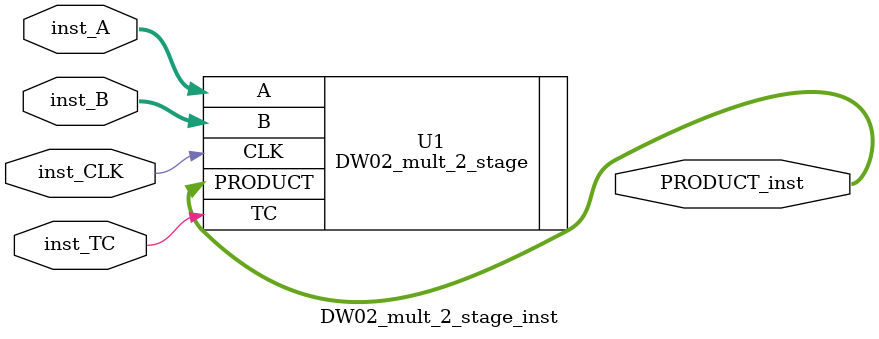
<source format=v>

module CPU (

  clk,
  rst_n,

  IO_stall,

  awid_m_inf,
  awaddr_m_inf,
  awsize_m_inf,
  awburst_m_inf,
  awlen_m_inf,
  awvalid_m_inf,
  awready_m_inf,

  wdata_m_inf,
  wlast_m_inf,
  wvalid_m_inf,
  wready_m_inf,

  bid_m_inf,
  bresp_m_inf,
  bvalid_m_inf,
  bready_m_inf,

  arid_m_inf,
  araddr_m_inf,
  arlen_m_inf,
  arsize_m_inf,
  arburst_m_inf,
  arvalid_m_inf,

  arready_m_inf,
  rid_m_inf,
  rdata_m_inf,
  rresp_m_inf,
  rlast_m_inf,
  rvalid_m_inf,
  rready_m_inf

);
  // Input port
  input wire clk, rst_n;
  // Output port
  output reg IO_stall;

  parameter ID_WIDTH = 4 , ADDR_WIDTH = 32, DATA_WIDTH = 16, DRAM_NUMBER=2, WRIT_NUMBER=1;

  // AXI Interface wire connecttion for pseudo DRAM read/write
  /* Hint:
  your AXI-4 interface could be designed as convertor in submodule(which used reg for output signal),
  therefore I declared output of AXI as wire in CPU
*/



  // axi write address channel 
  output wire [WRIT_NUMBER * ID_WIDTH-1:0] awid_m_inf;  // 0
  output wire [WRIT_NUMBER * ADDR_WIDTH-1:0] awaddr_m_inf;
  output wire [WRIT_NUMBER * 3 -1:0] awsize_m_inf;  // 3'd1 (2 bytes)
  output wire [WRIT_NUMBER * 2 -1:0] awburst_m_inf;  // 2'b01 (INCR)
  output wire [WRIT_NUMBER * 7 -1:0] awlen_m_inf;
  output wire [WRIT_NUMBER-1:0] awvalid_m_inf;
  input wire [WRIT_NUMBER-1:0] awready_m_inf;
  // axi write data channel 
  output wire [WRIT_NUMBER * DATA_WIDTH-1:0] wdata_m_inf;
  output wire [WRIT_NUMBER-1:0] wlast_m_inf;
  output wire [WRIT_NUMBER-1:0] wvalid_m_inf;
  input wire [WRIT_NUMBER-1:0] wready_m_inf;
  // axi write response channel
  input wire [WRIT_NUMBER * ID_WIDTH-1:0] bid_m_inf;
  input wire [WRIT_NUMBER * 2 -1:0] bresp_m_inf;  // TA use 2'b00 (OKAY)
  input wire [WRIT_NUMBER-1:0] bvalid_m_inf;
  output wire [WRIT_NUMBER-1:0] bready_m_inf;
  // -----------------------------
  // axi read address channel 
  output wire [DRAM_NUMBER * ID_WIDTH-1:0] arid_m_inf;  // 0
  output [DRAM_NUMBER * ADDR_WIDTH-1:0] araddr_m_inf;
  output wire [DRAM_NUMBER * 7 -1:0] arlen_m_inf;  // 7'd127
  output wire [DRAM_NUMBER * 3 -1:0] arsize_m_inf;  // 3'd1 (2 bytes)
  output wire [DRAM_NUMBER * 2 -1:0] arburst_m_inf;  // 2'b01 (INCR)
  output [DRAM_NUMBER-1:0] arvalid_m_inf;
  input wire [DRAM_NUMBER-1:0] arready_m_inf;
  // -----------------------------
  // axi read data channel 
  input wire [DRAM_NUMBER * ID_WIDTH-1:0] rid_m_inf;
  input wire [DRAM_NUMBER * DATA_WIDTH-1:0] rdata_m_inf;
  input wire [DRAM_NUMBER * 2 -1:0] rresp_m_inf;  // TA use 2'b00 (OKAY)
  input wire [DRAM_NUMBER-1:0] rlast_m_inf;
  input wire [DRAM_NUMBER-1:0] rvalid_m_inf;
  output [DRAM_NUMBER-1:0] rready_m_inf;
  // -----------------------------

  //
  //
  // 
  /* Register in each core:
  There are sixteen registers in your CPU. You should not change the name of those registers.
  TA will check the value in each register when your core is not busy.
  If you change the name of registers below, you must get the fail in this lab.
*/

  reg signed [15:0] core_r0, core_r1, core_r2, core_r3;
  reg signed [15:0] core_r4, core_r5, core_r6, core_r7;
  reg signed [15:0] core_r8, core_r9, core_r10, core_r11;
  reg signed [15:0] core_r12, core_r13, core_r14, core_r15;

  reg signed [11:0] PC;
  reg signed [15:0] rs, rt, rs_imm_x2;
  wire [31:0] prod;
  wire signed [4:0] imm;
  wire inst_arready, data_arready, inst_rvalid, data_rvalid, inst_rlast, data_rlast;
  wire awready, wready, bvalid;
  reg wready_delay1, wready_delay2;
  reg first_cycle, first_block_allocate, second_block_allocate;
  reg [3:0] data$_lower_block, inst$_lower_block;
  reg inst_arvalid, data_arvalid, awvalid;
  reg [11:0] inst_araddr, data_araddr, awaddr;
  reg awready_delay1, awready_delay2, wvalid, wlast;
  reg [6:0] awlen;
  reg inst_rready, data_rready;
  reg [7:0] inst_A, inst_A_inc, data_A, data_A_inc;
  reg [15:0]
    inst_DI, data_DI, inst_DO, inst_DO_reg, data_DO, data_DO_reg, data_DO_buf;
  wire [15:0] inst_rdata, data_rdata;
  reg [15:0] wdata;
  reg [15:0] inst_reg;
  reg [3:0] inst_cnt;
  reg [1:0] delay_cnt, delay_cnt_reg;
  reg delay_cnt_pulse;
  reg dirty, write_back, inst_mem_stall;
  reg [11:0] lowest_dirty_addr, highest_dirty_addr;
  reg lowest_dirty_addr_update, highest_dirty_addr_update;
  reg inst$_hit, data$_hit, data$_hit_reg, data$_hit_pulse;
  reg inst_last, inst_in_reg, inst_in_reg_delay, in_pulse, rsrt_in_reg;
  reg Add, Sub, SLT, Mult, Load, Store, BEQ, Jump, ASS, ASSBEQ, LS;
  reg inst_WEB, data_WEB;
  assign awid_m_inf = 0;
  assign arid_m_inf = 0;
  assign awsize_m_inf = 3'b001;
  assign arsize_m_inf[5:3] = 3'b001;
  assign arsize_m_inf[2:0] = 3'b001;
  assign awlen_m_inf = awlen;
  assign awburst_m_inf = 2'b01;
  assign arburst_m_inf[3:2] = 2'b01;
  assign arburst_m_inf[1:0] = 2'b01;
  assign arlen_m_inf[13:7] = 7'd127;
  assign arlen_m_inf[6:0] = 7'd127;
  assign arvalid_m_inf = {inst_arvalid, data_arvalid};
  assign araddr_m_inf = {20'd1, inst_araddr, 20'd1, data_araddr};
  assign awaddr_m_inf = {20'd1, awaddr};
  assign bready_m_inf = 1;
  assign rready_m_inf = {inst_rready, data_rready};
  assign {inst_arready, data_arready} = arready_m_inf;
  assign {inst_rvalid, data_rvalid} = rvalid_m_inf;
  assign {inst_rdata, data_rdata} = rdata_m_inf;
  assign {inst_rlast, data_rlast} = rlast_m_inf;
  assign awvalid_m_inf = awvalid;
  assign awready = awready_m_inf;
  assign wvalid_m_inf = wvalid;
  assign wready = wready_m_inf;
  assign wlast_m_inf = wlast;
  assign wdata_m_inf = wdata;
  assign bvalid = bvalid_m_inf;
  assign imm = inst_reg[4:0];

  reg data_WEB_reg, inst_WEB_reg;
  reg data_rvalid_reg, inst_rvalid_reg;
  reg [15:0] data_rdata_reg, inst_rdata_reg;
  reg data_rlast_reg, inst_rlast_reg;
  always @(posedge clk, negedge rst_n) begin
    if (!rst_n) begin
      data_WEB_reg <= 1;
      inst_WEB_reg <= 1;
      data_rvalid_reg <= 0;
      inst_rvalid_reg <= 0;
      data_rdata_reg <= 0;
      inst_rdata_reg <= 0;
      data_rlast_reg <= 0;
      inst_rlast_reg <= 0;
    end else begin
      data_WEB_reg <= data_WEB;
      inst_WEB_reg <= inst_WEB;
      data_rvalid_reg <= data_rvalid;
      inst_rvalid_reg <= inst_rvalid;
      data_rdata_reg <= data_rdata;
      inst_rdata_reg <= inst_rdata;
      data_rlast_reg <= data_rlast;
      inst_rlast_reg <= inst_rlast;
    end
  end
  always @(*) begin
    rs_imm_x2 = (rs + imm) <<< 1;
    Add = {inst_reg[15:13], inst_reg[0]} == 4'b0000;
    Sub = {inst_reg[15:13], inst_reg[0]} == 4'b0001;
    SLT = {inst_reg[15:13], inst_reg[0]} == 4'b0010;
    ASS = inst_reg[15:14] == 2'b00 && {inst_reg[13], inst_reg[0]} != 2'b11;
    ASSBEQ = {inst_reg[15], inst_reg[13]} == 2'b10  // BEQ
    || inst_reg[15:14] == 2'b00 && {inst_reg[13], inst_reg[0]} != 2'b11; // Add, Sub
    Mult = {inst_reg[15:13], inst_reg[0]} == 4'b0011;
    Load = inst_reg[15:13] == 3'b010;
    Store = inst_reg[15:13] == 3'b011;
    LS = inst_reg[15:14] == 2'b01;
    BEQ = {inst_reg[15], inst_reg[13]} == 2'b10;
    Jump = {inst_reg[15], inst_reg[13]} == 2'b11;
    data$_hit = delay_cnt!=0 && (rs_imm_x2[11:8] == data$_lower_block || rs_imm_x2[11:8] == data$_lower_block+1);
    inst$_hit = PC[11:8] == inst$_lower_block || PC[11:8] == inst$_lower_block+1;
    lowest_dirty_addr_update = rs_imm_x2[11:1] < lowest_dirty_addr[11:1];
    highest_dirty_addr_update = highest_dirty_addr < rs_imm_x2[11:0];
    inst_rready = 1;
    delay_cnt_pulse = delay_cnt != delay_cnt_reg;
    in_pulse = inst_in_reg != inst_in_reg_delay;
  end
  always @(posedge clk, negedge rst_n) begin
    if (!rst_n) delay_cnt_reg <= 0;
    else delay_cnt_reg <= delay_cnt;
  end

  always @(posedge clk, negedge rst_n) begin  // first_block_allocate
    if (!rst_n) first_block_allocate <= 1;
    else if (inst_rlast_reg) first_block_allocate <= 0;
  end


  always @(posedge clk, negedge rst_n) begin  // second_block_allocate
    if (!rst_n) second_block_allocate <= 0;
    else if (inst_rlast_reg) second_block_allocate <= first_block_allocate;
  end


  always @(posedge clk, negedge rst_n) begin  // rs
    if (!rst_n) rs <= 0;
    else if (inst_in_reg) begin
      case (inst_reg[12:9])
        4'd00: rs <= core_r0;
        4'd01: rs <= core_r1;
        4'd02: rs <= core_r2;
        4'd03: rs <= core_r3;
        4'd04: rs <= core_r4;
        4'd05: rs <= core_r5;
        4'd06: rs <= core_r6;
        4'd07: rs <= core_r7;
        4'd08: rs <= core_r8;
        4'd09: rs <= core_r9;
        4'd10: rs <= core_r10;
        4'd11: rs <= core_r11;
        4'd12: rs <= core_r12;
        4'd13: rs <= core_r13;
        4'd14: rs <= core_r14;
        4'd15: rs <= core_r15;
      endcase
    end
  end

  always @(posedge clk, negedge rst_n) begin  // rt
    if (!rst_n) rt <= 0;
    else if (inst_in_reg) begin
      case (inst_reg[8:5])
        4'd00: rt <= core_r0;
        4'd01: rt <= core_r1;
        4'd02: rt <= core_r2;
        4'd03: rt <= core_r3;
        4'd04: rt <= core_r4;
        4'd05: rt <= core_r5;
        4'd06: rt <= core_r6;
        4'd07: rt <= core_r7;
        4'd08: rt <= core_r8;
        4'd09: rt <= core_r9;
        4'd10: rt <= core_r10;
        4'd11: rt <= core_r11;
        4'd12: rt <= core_r12;
        4'd13: rt <= core_r13;
        4'd14: rt <= core_r14;
        4'd15: rt <= core_r15;
      endcase
    end
  end

  always @(posedge clk, negedge rst_n) begin  // core_r
    if (!rst_n) begin
      core_r0  <= 0;
      core_r1  <= 0;
      core_r2  <= 0;
      core_r3  <= 0;
      core_r4  <= 0;
      core_r5  <= 0;
      core_r6  <= 0;
      core_r7  <= 0;
      core_r8  <= 0;
      core_r9  <= 0;
      core_r10 <= 0;
      core_r11 <= 0;
      core_r12 <= 0;
      core_r13 <= 0;
      core_r14 <= 0;
      core_r15 <= 0;
    end else if (inst_in_reg && delay_cnt_pulse) begin
      if (delay_cnt == 1) begin
        if (Add) begin
          core_r0  <= inst_reg[4:1] == 0 ? rs + rt : core_r0;
          core_r1  <= inst_reg[4:1] == 1 ? rs + rt : core_r1;
          core_r2  <= inst_reg[4:1] == 2 ? rs + rt : core_r2;
          core_r3  <= inst_reg[4:1] == 3 ? rs + rt : core_r3;
          core_r4  <= inst_reg[4:1] == 4 ? rs + rt : core_r4;
          core_r5  <= inst_reg[4:1] == 5 ? rs + rt : core_r5;
          core_r6  <= inst_reg[4:1] == 6 ? rs + rt : core_r6;
          core_r7  <= inst_reg[4:1] == 7 ? rs + rt : core_r7;
          core_r8  <= inst_reg[4:1] == 8 ? rs + rt : core_r8;
          core_r9  <= inst_reg[4:1] == 9 ? rs + rt : core_r9;
          core_r10 <= inst_reg[4:1] == 10 ? rs + rt : core_r10;
          core_r11 <= inst_reg[4:1] == 11 ? rs + rt : core_r11;
          core_r12 <= inst_reg[4:1] == 12 ? rs + rt : core_r12;
          core_r13 <= inst_reg[4:1] == 13 ? rs + rt : core_r13;
          core_r14 <= inst_reg[4:1] == 14 ? rs + rt : core_r14;
          core_r15 <= inst_reg[4:1] == 15 ? rs + rt : core_r15;
        end else if (Sub) begin
          core_r0  <= inst_reg[4:1] == 0 ? rs - rt : core_r0;
          core_r1  <= inst_reg[4:1] == 1 ? rs - rt : core_r1;
          core_r2  <= inst_reg[4:1] == 2 ? rs - rt : core_r2;
          core_r3  <= inst_reg[4:1] == 3 ? rs - rt : core_r3;
          core_r4  <= inst_reg[4:1] == 4 ? rs - rt : core_r4;
          core_r5  <= inst_reg[4:1] == 5 ? rs - rt : core_r5;
          core_r6  <= inst_reg[4:1] == 6 ? rs - rt : core_r6;
          core_r7  <= inst_reg[4:1] == 7 ? rs - rt : core_r7;
          core_r8  <= inst_reg[4:1] == 8 ? rs - rt : core_r8;
          core_r9  <= inst_reg[4:1] == 9 ? rs - rt : core_r9;
          core_r10 <= inst_reg[4:1] == 10 ? rs - rt : core_r10;
          core_r11 <= inst_reg[4:1] == 11 ? rs - rt : core_r11;
          core_r12 <= inst_reg[4:1] == 12 ? rs - rt : core_r12;
          core_r13 <= inst_reg[4:1] == 13 ? rs - rt : core_r13;
          core_r14 <= inst_reg[4:1] == 14 ? rs - rt : core_r14;
          core_r15 <= inst_reg[4:1] == 15 ? rs - rt : core_r15;
        end else if (SLT) begin
          core_r0  <= inst_reg[4:1] == 0 ? rs < rt : core_r0;
          core_r1  <= inst_reg[4:1] == 1 ? rs < rt : core_r1;
          core_r2  <= inst_reg[4:1] == 2 ? rs < rt : core_r2;
          core_r3  <= inst_reg[4:1] == 3 ? rs < rt : core_r3;
          core_r4  <= inst_reg[4:1] == 4 ? rs < rt : core_r4;
          core_r5  <= inst_reg[4:1] == 5 ? rs < rt : core_r5;
          core_r6  <= inst_reg[4:1] == 6 ? rs < rt : core_r6;
          core_r7  <= inst_reg[4:1] == 7 ? rs < rt : core_r7;
          core_r8  <= inst_reg[4:1] == 8 ? rs < rt : core_r8;
          core_r9  <= inst_reg[4:1] == 9 ? rs < rt : core_r9;
          core_r10 <= inst_reg[4:1] == 10 ? rs < rt : core_r10;
          core_r11 <= inst_reg[4:1] == 11 ? rs < rt : core_r11;
          core_r12 <= inst_reg[4:1] == 12 ? rs < rt : core_r12;
          core_r13 <= inst_reg[4:1] == 13 ? rs < rt : core_r13;
          core_r14 <= inst_reg[4:1] == 14 ? rs < rt : core_r14;
          core_r15 <= inst_reg[4:1] == 15 ? rs < rt : core_r15;
        end
      end else if (delay_cnt == 2 && inst_reg[13]) begin
        core_r0  <= inst_reg[4:1] == 0 ? prod : core_r0;
        core_r1  <= inst_reg[4:1] == 1 ? prod : core_r1;
        core_r2  <= inst_reg[4:1] == 2 ? prod : core_r2;
        core_r3  <= inst_reg[4:1] == 3 ? prod : core_r3;
        core_r4  <= inst_reg[4:1] == 4 ? prod : core_r4;
        core_r5  <= inst_reg[4:1] == 5 ? prod : core_r5;
        core_r6  <= inst_reg[4:1] == 6 ? prod : core_r6;
        core_r7  <= inst_reg[4:1] == 7 ? prod : core_r7;
        core_r8  <= inst_reg[4:1] == 8 ? prod : core_r8;
        core_r9  <= inst_reg[4:1] == 9 ? prod : core_r9;
        core_r10 <= inst_reg[4:1] == 10 ? prod : core_r10;
        core_r11 <= inst_reg[4:1] == 11 ? prod : core_r11;
        core_r12 <= inst_reg[4:1] == 12 ? prod : core_r12;
        core_r13 <= inst_reg[4:1] == 13 ? prod : core_r13;
        core_r14 <= inst_reg[4:1] == 14 ? prod : core_r14;
        core_r15 <= inst_reg[4:1] == 15 ? prod : core_r15;
      end else if (delay_cnt == 3) begin
        core_r0  <= inst_reg[8:5] == 0 ? data_DO_reg : core_r0;
        core_r1  <= inst_reg[8:5] == 1 ? data_DO_reg : core_r1;
        core_r2  <= inst_reg[8:5] == 2 ? data_DO_reg : core_r2;
        core_r3  <= inst_reg[8:5] == 3 ? data_DO_reg : core_r3;
        core_r4  <= inst_reg[8:5] == 4 ? data_DO_reg : core_r4;
        core_r5  <= inst_reg[8:5] == 5 ? data_DO_reg : core_r5;
        core_r6  <= inst_reg[8:5] == 6 ? data_DO_reg : core_r6;
        core_r7  <= inst_reg[8:5] == 7 ? data_DO_reg : core_r7;
        core_r8  <= inst_reg[8:5] == 8 ? data_DO_reg : core_r8;
        core_r9  <= inst_reg[8:5] == 9 ? data_DO_reg : core_r9;
        core_r10 <= inst_reg[8:5] == 10 ? data_DO_reg : core_r10;
        core_r11 <= inst_reg[8:5] == 11 ? data_DO_reg : core_r11;
        core_r12 <= inst_reg[8:5] == 12 ? data_DO_reg : core_r12;
        core_r13 <= inst_reg[8:5] == 13 ? data_DO_reg : core_r13;
        core_r14 <= inst_reg[8:5] == 14 ? data_DO_reg : core_r14;
        core_r15 <= inst_reg[8:5] == 15 ? data_DO_reg : core_r15;
      end
    end
  end

  always @(*) begin  // inst_last
    inst_last = inst_in_reg && ((!dirty || {inst_cnt[3], inst_cnt[0]} != 3) &&
    (Jump || 
    delay_cnt[0] && (ASSBEQ || Store && data$_hit) || 
    delay_cnt[1] && Mult ||
    delay_cnt==3) ||
    bvalid);
  end


  always @(*) begin  // inst_mem_stall
    if (first_block_allocate || second_block_allocate ||
    !inst_in_reg && !inst$_hit)
      inst_mem_stall = 1;
    else inst_mem_stall = 0;
  end


  always @(posedge clk, negedge rst_n) begin  // delay_cnt
    if (!rst_n) delay_cnt <= 0;
    else if (inst_last) delay_cnt <= 0;
    else if (inst$_hit) begin
      if (!inst_in_reg) delay_cnt <= delay_cnt == 2 ? 0 : delay_cnt + 1;
      else begin
        if(!(first_block_allocate || second_block_allocate ||
          ({inst_cnt[3],inst_cnt[0]}==3) && dirty &&
          (Jump ||
          delay_cnt[0] && (ASSBEQ || Store && data$_hit) ||
          delay_cnt[1] && Mult ||
          delay_cnt==3) || (delay_cnt[0] && LS && !data$_hit)))
          delay_cnt <= delay_cnt + 1;
      end
    end
  end

  always @(posedge clk, negedge rst_n) begin  // inst_reg
    if (!rst_n) inst_reg <= 16'h4000;
    else if (!inst_in_reg && delay_cnt[1]) inst_reg <= inst_DO_reg;
  end

  always @(posedge clk, negedge rst_n) begin  // inst_in_reg
    if (!rst_n) inst_in_reg <= 0;
    else if (!inst_in_reg && delay_cnt[1]) inst_in_reg <= 1;
    else if (inst_last) inst_in_reg <= 0;
  end

  always @(posedge clk, negedge rst_n) begin  // inst_in_reg_delay
    if (!rst_n) inst_in_reg_delay <= 0;
    else inst_in_reg_delay <= inst_in_reg;
  end



  always @(posedge clk, negedge rst_n) begin  // PC
    if (!rst_n) PC <= 0;
    else if (dirty && {inst_cnt[3], inst_cnt[0]} == 3) begin
      if (bvalid) begin
        if (Jump) PC <= {inst_reg[12:1], 1'b0};
        else if (BEQ && rs == rt) PC <= PC + (1 + imm <<< 1);
        else PC <= PC + 2;
      end
    end else if (inst_in_reg) begin
      case (delay_cnt)
        0: if (Jump) PC <= {inst_reg[12:1], 1'b0};
        1: begin
          if (ASS || Store && data$_hit) PC <= PC + 2;
          else if (BEQ) PC <= rs == rt ? PC + (1 + imm <<< 1) : PC + 2;
        end
        2: if (Mult) PC <= PC + 2;
        3: PC <= PC + 2;
      endcase
    end
  end

  // imm is a 5-bit signed number

  // R-type   
  // rd = rs + rt                       000-rs-rt-rd-0 (Add)
  // rd = rs – rt                       000-rs-rt-rd-1 (Sub)
  // if(rs<rt) rd=1 else rd=0           001-rs-rt-rd-0 (Set less than)
  // rd = rs * rt                       001-rs-rt-rd-1 (Mult)

  // I-type
  // rt = DRAM[(rs+imm)×2+offset]       010-rs-rt-iiiii (Load)
  // DRAM[sign(rs+imm)×2+offset] = rt   011-rs-rt-iiiii (Store)
  // pc=(rs==rt)? pc+(1+imm)x2:pc+2     100-rs-rt-iiiii (Branch on equal)

  // J-type
  // pc = address                       101-address (Jump)


  always @(posedge clk, negedge rst_n) begin  // data$_lower_block
    if (!rst_n) data$_lower_block <= 2;
    else if (data_rlast_reg) begin
      if (second_block_allocate) data$_lower_block <= 0;
      else if (rs_imm_x2[11:8] == data$_lower_block + 2)
        data$_lower_block <= data$_lower_block + 1;
      else if (!first_block_allocate) data$_lower_block <= rs_imm_x2[11:8];
    end
  end

  always @(posedge clk, negedge rst_n) begin  // inst$_lower_block
    if (!rst_n) inst$_lower_block <= 2;
    else if (inst_rlast_reg) begin
      if (second_block_allocate) inst$_lower_block <= 0;
      else if (PC[11:8] == inst$_lower_block + 2)
        inst$_lower_block <= inst$_lower_block + 1;
      else if (!first_block_allocate) inst$_lower_block <= PC[11:8];
    end
  end



  always @(posedge clk, negedge rst_n) begin  // data_arvalid
    if (!rst_n) data_arvalid <= 1;
    else if (data_arready) data_arvalid <= 0;
    else if (first_block_allocate && data_rlast_reg ||
    inst_in_reg && delay_cnt[0] && LS && !data$_hit && delay_cnt_pulse)
      data_arvalid <= 1;
  end

  always @(posedge clk, negedge rst_n) begin  // data_araddr
    if (!rst_n) data_araddr <= 0;
    else if (first_block_allocate) data_araddr <= 12'b0001_0000_0000;
    else data_araddr <= {rs_imm_x2[11:8], 8'b0};
  end

  always @(posedge clk, negedge rst_n) begin  // data_rready
    if (!rst_n) data_rready <= 0;
    else if (data_arready) data_rready <= 1;
    else if (data_rlast_reg) data_rready <= 0;
  end

  integer debug_inst_cnt;
  always @(posedge clk, negedge rst_n) begin  // debug_inst_cnt
    if (!rst_n) debug_inst_cnt <= 0;
    else if (debug_inst_cnt % 10 == 9 && dirty) begin
      if (bvalid) debug_inst_cnt <= debug_inst_cnt + 1;
    end else if (inst_in_reg) begin
      if(Jump || 
        delay_cnt[0] && (ASSBEQ || Store && data$_hit) || 
        delay_cnt[1] && Mult ||
        delay_cnt==3)
        debug_inst_cnt <= debug_inst_cnt + 1;
    end
  end

  always @(posedge clk, negedge rst_n) begin  // awvalid
    if (!rst_n) awvalid <= 0;
    else if (awready) awvalid <= 0;
    else if (dirty && {inst_cnt[3], inst_cnt[0]} == 3 &&  // write back
      inst_in_reg && delay_cnt_pulse && (Jump || delay_cnt[0] && (ASSBEQ || Store && data$_hit) || delay_cnt[1] && Mult ||
    delay_cnt==3))
      awvalid <= 1;
  end

  always @(*) begin  // awaddr
    awaddr = lowest_dirty_addr;
  end

  always @(posedge clk, negedge rst_n) begin  // awlen
    if (!rst_n) awlen <= 0;
    else awlen <= highest_dirty_addr[7:1] - lowest_dirty_addr[7:1];
  end


  always @(posedge clk, negedge rst_n) begin  // wvalid
    if (!rst_n) wvalid <= 0;
    else if (awready) wvalid <= 1;
    else if (wlast && wready) wvalid <= 0;
  end
  reg [15:0] data_DO_buf1, data_DO_buf2;

  always @(posedge clk, negedge rst_n) begin  // data_DO_buf1
    if (!rst_n) data_DO_buf1 <= 0;
    else if (awready_delay1) data_DO_buf1 <= data_DO_reg;
  end
  always @(posedge clk, negedge rst_n) begin  // data_DO_buf2
    if (!rst_n) data_DO_buf2 <= 0;
    else if (awready_delay2) data_DO_buf2 <= data_DO_reg;
  end

  always @(posedge clk, negedge rst_n) begin  // data_DO_reg
    if (!rst_n) data_DO_reg <= 0;
    else data_DO_reg <= data_DO;
  end

  always @(posedge clk, negedge rst_n) begin  // inst_DO_reg
    if (!rst_n) inst_DO_reg <= 0;
    else inst_DO_reg <= inst_DO;
  end

  always @(posedge clk, negedge rst_n) begin  // wready_delay
    if (!rst_n) begin
      wready_delay1 <= 0;
      wready_delay2 <= 0;
    end else begin
      wready_delay1 <= wready;
      wready_delay2 <= wready_delay1;
    end
  end

  always @(*) begin
    if (!wready_delay1) wdata = data_DO_buf1;
    else if (!wready_delay2) wdata = data_DO_buf2;
    else wdata = data_DO_reg;
  end

  always @(posedge clk, negedge rst_n) begin  // wlast
    if (!rst_n) wlast <= 0;
    else if (awready_delay1 && awlen == 0 || wvalid && data_A_inc == (highest_dirty_addr[8:1] + 1))
      wlast <= 1;
    else if (wready) wlast <= 0;
  end

  always @(posedge clk, negedge rst_n) begin  // inst_arvalid
    if (!rst_n) inst_arvalid <= 1;
    else if (inst_arready) inst_arvalid <= 0;
    else if (first_block_allocate || second_block_allocate) begin
      if (first_block_allocate && inst_rlast_reg) inst_arvalid <= 1;
    end else if (!inst_in_reg && !inst$_hit && in_pulse) inst_arvalid <= 1;
  end

  always @(posedge clk, negedge rst_n) begin  // inst_araddr
    if (!rst_n) inst_araddr <= 0;
    else if (first_block_allocate || second_block_allocate) begin
      if (inst_rlast_reg) inst_araddr <= 12'b0001_0000_0000;
    end else if (!inst_in_reg && !inst$_hit) inst_araddr <= {PC[11:8], 8'b0};
  end

  always @(posedge clk, negedge rst_n) begin  // awready_delay
    if (!rst_n) begin
      awready_delay1 <= 0;
      awready_delay2 <= 0;
    end else begin
      awready_delay1 <= awready;
      awready_delay2 <= awready_delay1;
    end
  end

  always @(posedge clk, negedge rst_n) begin  // data_A_inc
    if (!rst_n) data_A_inc <= 0;
    else if (data_rvalid_reg || awready || wready) data_A_inc <= data_A_inc + 1;
    else if (awvalid) data_A_inc <= lowest_dirty_addr[8:1];  // write back
    else if (inst_in_reg && delay_cnt_pulse)  // allocate
      data_A_inc <= {rs_imm_x2[8], 7'b0};
  end

  always @* data$_hit_pulse = data$_hit != data$_hit_reg;
  always @(posedge clk, negedge rst_n) begin
    if (!rst_n) data$_hit_reg <= 0;
    else data$_hit_reg <= data$_hit;
  end

  always @(*) begin  // data_WEB
    if (!(inst_in_reg && delay_cnt[0] && Store && data$_hit_pulse)) begin
      data_WEB = !data_rvalid_reg;
    end else data_WEB = 0;
  end
  always @(*) begin  // data_A
    if (awvalid || wvalid || data_rready) data_A = data_A_inc;
    else data_A = rs_imm_x2[8:1];
  end
  always @(*) begin  // data_DI
    if (data_rvalid_reg) data_DI = data_rdata_reg;
    else data_DI = rt;
  end

  always @(*) begin  // inst_WEB
    inst_WEB = !inst_rvalid_reg;
  end
  always @(*) begin  //inst_DI
    inst_DI = inst_rdata_reg;
  end
  always @(*) begin  // inst_A
    if (!inst$_hit) inst_A = inst_A_inc;
    else inst_A = PC[8:1];
  end

  always @(posedge clk, negedge rst_n) begin  // inst_A_inc
    if (!rst_n) inst_A_inc <= 0;
    else if (inst_rvalid_reg) inst_A_inc <= inst_A_inc + 1;
    else if (!first_block_allocate && !second_block_allocate)
      inst_A_inc <= {PC[8], 7'd0};
  end
  // lowest_dirty_addr
  always @(posedge clk, negedge rst_n) begin
    if (!rst_n) lowest_dirty_addr <= 12'hFFE;
    else if (bvalid) lowest_dirty_addr <= 12'hFFE;
    else if (inst_in_reg && delay_cnt[0] && Store && lowest_dirty_addr_update) begin
      lowest_dirty_addr <= rs_imm_x2[11:0];
    end
  end

  // highest_dirty_addr
  always @(posedge clk, negedge rst_n) begin
    if (!rst_n) highest_dirty_addr <= 12'h000;
    else if (bvalid) highest_dirty_addr <= 12'h000;
    else if (inst_in_reg && delay_cnt[0] && Store && highest_dirty_addr_update)
      highest_dirty_addr <= rs_imm_x2[11:0];
  end
  // dirty
  always @(posedge clk, negedge rst_n) begin
    if (!rst_n) dirty <= 0;
    else if (bvalid) dirty <= 0;
    else if (inst_in_reg && Store) dirty <= 1;
  end

  // inst_cnt
  always @(posedge clk, negedge rst_n) begin
    if (!rst_n) inst_cnt <= 9;
    else if (({inst_cnt[3], inst_cnt[0]} == 2'b11) && dirty) begin
      if (bvalid) inst_cnt <= 0;
    end else if (inst_in_reg) begin
      if(Jump || 
      delay_cnt[0] && (ASSBEQ || Store && data$_hit) || 
      delay_cnt[1] && Mult ||
      delay_cnt==3)
        inst_cnt <= ({inst_cnt[3], inst_cnt[0]} == 2'b11) ? 0 : inst_cnt + 1;
    end
  end

  // IO_stall
  always @(posedge clk, negedge rst_n) begin
    if (!rst_n) IO_stall <= 1;
    else if (({inst_cnt[3], inst_cnt[0]} != 3 || !dirty) &&
    inst_in_reg && (Jump || 
    delay_cnt[0] && (ASSBEQ || Store && data$_hit) || 
    delay_cnt[1] && Mult ||
    delay_cnt==3) || 
    bvalid)
      IO_stall <= 0;
    else IO_stall <= 1;
  end






























  SUMA180_256X16X1BM1 INST_CACHE ( // 0000_0000 ~ 0111_1111, 1000_0000 ~ 1111_1111
    .A0  (inst_A[0]),
    .A1  (inst_A[1]),
    .A2  (inst_A[2]),
    .A3  (inst_A[3]),
    .A4  (inst_A[4]),
    .A5  (inst_A[5]),
    .A6  (inst_A[6]),
    .A7  (inst_A[7]),
    .DI0 (inst_DI[0]),
    .DI1 (inst_DI[1]),
    .DI2 (inst_DI[2]),
    .DI3 (inst_DI[3]),
    .DI4 (inst_DI[4]),
    .DI5 (inst_DI[5]),
    .DI6 (inst_DI[6]),
    .DI7 (inst_DI[7]),
    .DI8 (inst_DI[8]),
    .DI9 (inst_DI[9]),
    .DI10(inst_DI[10]),
    .DI11(inst_DI[11]),
    .DI12(inst_DI[12]),
    .DI13(inst_DI[13]),
    .DI14(inst_DI[14]),
    .DI15(inst_DI[15]),
    .DO0 (inst_DO[0]),
    .DO1 (inst_DO[1]),
    .DO2 (inst_DO[2]),
    .DO3 (inst_DO[3]),
    .DO4 (inst_DO[4]),
    .DO5 (inst_DO[5]),
    .DO6 (inst_DO[6]),
    .DO7 (inst_DO[7]),
    .DO8 (inst_DO[8]),
    .DO9 (inst_DO[9]),
    .DO10(inst_DO[10]),
    .DO11(inst_DO[11]),
    .DO12(inst_DO[12]),
    .DO13(inst_DO[13]),
    .DO14(inst_DO[14]),
    .DO15(inst_DO[15]),
    .CK  (clk),
    .WEB (inst_WEB),
    .OE  (1'b1),
    .CS  (1'b1)
  );
  SUMA180_256X16X1BM1 DATA_CACHE ( // 0000_0000 ~ 0111_1111, 1000_0000 ~ 1111_1111
    .A0  (data_A[0]),
    .A1  (data_A[1]),
    .A2  (data_A[2]),
    .A3  (data_A[3]),
    .A4  (data_A[4]),
    .A5  (data_A[5]),
    .A6  (data_A[6]),
    .A7  (data_A[7]),
    .DI0 (data_DI[0]),
    .DI1 (data_DI[1]),
    .DI2 (data_DI[2]),
    .DI3 (data_DI[3]),
    .DI4 (data_DI[4]),
    .DI5 (data_DI[5]),
    .DI6 (data_DI[6]),
    .DI7 (data_DI[7]),
    .DI8 (data_DI[8]),
    .DI9 (data_DI[9]),
    .DI10(data_DI[10]),
    .DI11(data_DI[11]),
    .DI12(data_DI[12]),
    .DI13(data_DI[13]),
    .DI14(data_DI[14]),
    .DI15(data_DI[15]),
    .DO0 (data_DO[0]),
    .DO1 (data_DO[1]),
    .DO2 (data_DO[2]),
    .DO3 (data_DO[3]),
    .DO4 (data_DO[4]),
    .DO5 (data_DO[5]),
    .DO6 (data_DO[6]),
    .DO7 (data_DO[7]),
    .DO8 (data_DO[8]),
    .DO9 (data_DO[9]),
    .DO10(data_DO[10]),
    .DO11(data_DO[11]),
    .DO12(data_DO[12]),
    .DO13(data_DO[13]),
    .DO14(data_DO[14]),
    .DO15(data_DO[15]),
    .CK  (clk),
    .WEB (data_WEB),
    .OE  (1'b1),
    .CS  (1'b1)
  );

  DW02_mult_2_stage_inst MULT (  // 1 cycle latency
    .inst_A(rs),
    .inst_B(rt),
    .inst_TC(1'b1),
    .inst_CLK(clk),
    .PRODUCT_inst(prod)
  );
endmodule

module DW02_mult_2_stage_inst (
  inst_A,
  inst_B,
  inst_TC,
  inst_CLK,
  PRODUCT_inst
);
  parameter Width = 16;
  input [Width-1 : 0] inst_A;
  input [Width-1 : 0] inst_B;
  input inst_TC;
  input inst_CLK;
  output [Width+Width-1 : 0] PRODUCT_inst;
  // Instance of DW02_mult_6_stage
  DW02_mult_2_stage #(Width, Width) U1 (
    .A(inst_A),
    .B(inst_B),
    .TC(inst_TC),
    .CLK(inst_CLK),
    .PRODUCT(PRODUCT_inst)
  );
endmodule







</source>
